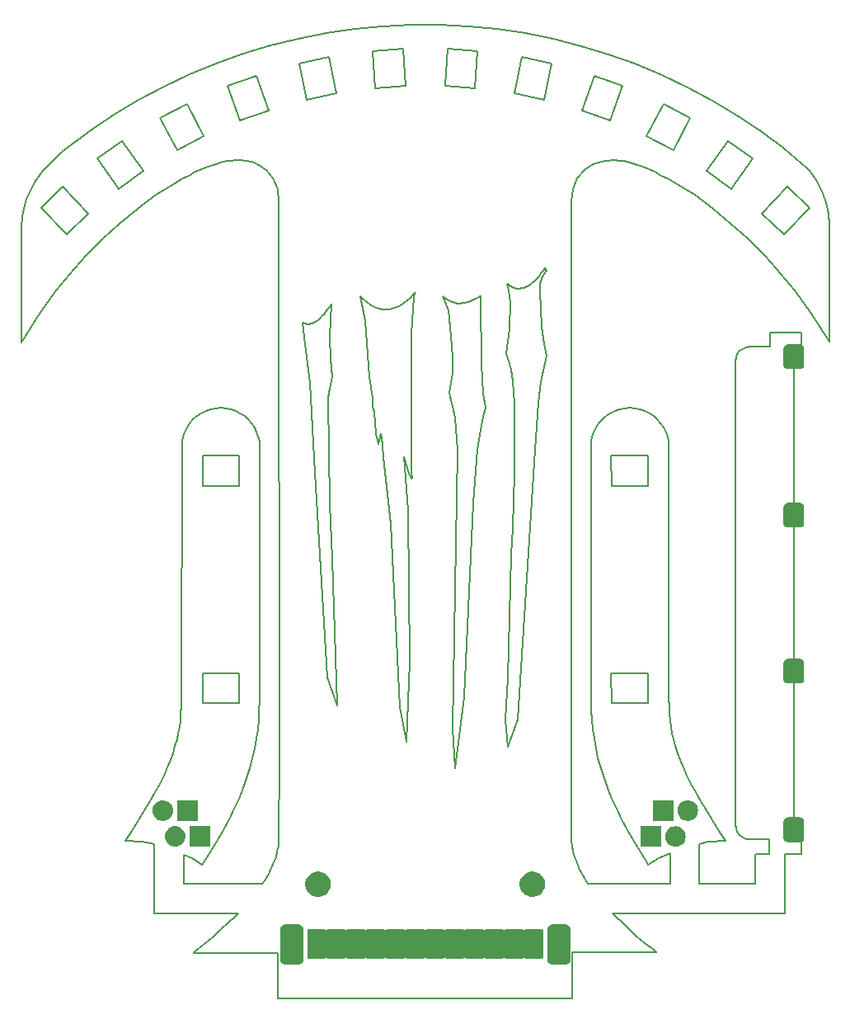
<source format=gbs>
G04 #@! TF.GenerationSoftware,KiCad,Pcbnew,(5.0.2)-1*
G04 #@! TF.CreationDate,2019-06-30T15:53:46+02:00*
G04 #@! TF.ProjectId,PCB_Fujitora_morro,5043425f-4675-46a6-9974-6f72615f6d6f,rev?*
G04 #@! TF.SameCoordinates,PX5aa8f70PY8620d10*
G04 #@! TF.FileFunction,Soldermask,Bot*
G04 #@! TF.FilePolarity,Negative*
%FSLAX46Y46*%
G04 Gerber Fmt 4.6, Leading zero omitted, Abs format (unit mm)*
G04 Created by KiCad (PCBNEW (5.0.2)-1) date 30/06/2019 15:53:46*
%MOMM*%
%LPD*%
G01*
G04 APERTURE LIST*
%ADD10C,0.200000*%
%ADD11C,0.100000*%
G04 APERTURE END LIST*
D10*
X56388000Y-3302000D02*
X56388000Y0D01*
X26162000Y-3302000D02*
X56388000Y-3302000D01*
X26162000Y0D02*
X26162000Y-3302000D01*
X26162000Y1397000D02*
X17526000Y1397000D01*
X56388000Y0D02*
X56388000Y1397000D01*
X26162000Y1397000D02*
X26162000Y0D01*
X76616560Y11557000D02*
X75224640Y11557000D01*
X76616560Y13055600D02*
X76616560Y11557000D01*
X76677520Y63581280D02*
X74640440Y63586360D01*
X76682600Y65024000D02*
X76677520Y63581280D01*
X13487400Y5461000D02*
X13487400Y12522200D01*
X22072600Y5461000D02*
X13487400Y5461000D01*
X16484600Y8458200D02*
X16484600Y11480800D01*
X24561800Y8458200D02*
X16484600Y8458200D01*
X74625200Y13055600D02*
X76626720Y13055600D01*
X78232000Y5461000D02*
X78232000Y11557000D01*
X69392800Y5461000D02*
X78232000Y5461000D01*
X75209400Y8483600D02*
X75209400Y11551920D01*
X69392800Y8483600D02*
X75209400Y8483600D01*
X69392800Y8483600D02*
X69392800Y12573000D01*
X60502800Y5461000D02*
X69392800Y5461000D01*
X66446400Y8458200D02*
X66446400Y11633200D01*
X58013600Y8458200D02*
X66446400Y8458200D01*
X51240617Y69577211D02*
X51497287Y69649085D01*
X44366983Y68086404D02*
X44621921Y68047983D01*
X50465078Y69610286D02*
X50720783Y69556957D01*
X45410642Y68100642D02*
X45678696Y68172080D01*
X47048965Y61861837D02*
X46944830Y68544625D01*
X44117244Y62429976D02*
X44087729Y60859651D01*
X47215907Y56375914D02*
X46944965Y55042360D01*
X50980664Y69545922D02*
X51240617Y69577211D01*
X50720783Y69556957D02*
X50980664Y69545922D01*
X49749161Y70002249D02*
X49978281Y69835578D01*
X50216978Y69704070D02*
X50465078Y69610286D01*
X49978281Y69835578D02*
X50216978Y69704070D01*
X43203774Y68689170D02*
X43419034Y68516580D01*
X45678696Y68172080D02*
X45948791Y68269186D01*
X46772982Y68708774D02*
X47019200Y68879791D01*
X47048965Y61861837D02*
X47269791Y58813756D01*
X49690323Y70055651D02*
X49749161Y70002249D01*
X46495650Y68537961D02*
X46772982Y68708774D01*
X45948791Y68269186D02*
X46221026Y68391313D01*
X44881581Y68037858D02*
X45144775Y68055637D01*
X44621921Y68047983D02*
X44881581Y68037858D01*
X46223597Y47543694D02*
X46668877Y53005971D01*
X47520126Y57335999D02*
X47269791Y58813756D01*
X45144775Y68055637D02*
X45410642Y68100642D01*
X43672334Y67335197D02*
X43962991Y64731110D01*
X44348400Y20320000D02*
X44073929Y24393265D01*
X44117244Y62429976D02*
X43962991Y64731110D01*
X44624087Y52940207D02*
X44073929Y24393265D01*
X47215907Y56375914D02*
X47520126Y57335999D01*
X44348400Y20320000D02*
X45259424Y27635178D01*
X44324505Y56301496D02*
X44624087Y52940207D01*
X47019200Y68879791D02*
X46944830Y68544625D01*
X46668877Y53005971D02*
X46944965Y55042360D01*
X49884965Y69332705D02*
X49690323Y70055651D01*
X46221026Y68391313D02*
X46495650Y68537961D01*
X44118111Y68153094D02*
X44366983Y68086404D01*
X43876576Y68247587D02*
X44118111Y68153094D01*
X43419034Y68516580D02*
X43643359Y68369071D01*
X44087729Y60859651D02*
X43739916Y58867383D01*
X43672334Y67335197D02*
X43102839Y68785478D01*
X43643359Y68369071D02*
X43876576Y68247587D01*
X43102839Y68785478D02*
X43203774Y68689170D01*
X46223597Y47543694D02*
X45259424Y27635178D01*
X44324505Y56301496D02*
X43739916Y58867383D01*
X24173981Y25319701D02*
X24082586Y24342793D01*
X19288897Y11848527D02*
X18613472Y10749760D01*
X24082586Y24342793D02*
X23951561Y23357616D01*
X36973222Y52263883D02*
X37787555Y45408935D01*
X14014735Y18768130D02*
X14434425Y19613213D01*
X22951728Y19317647D02*
X22572245Y18280629D01*
X22572245Y18280629D02*
X22140423Y17232691D01*
X35103140Y66210567D02*
X35583223Y60443744D01*
X36252225Y54648948D02*
X36052503Y56889804D01*
X36720995Y54713550D02*
X36514750Y53604941D01*
X36973222Y52263883D02*
X36892580Y53548993D01*
X19253095Y57171265D02*
X19766266Y57273342D01*
X21657851Y16174163D02*
X21127175Y15105599D01*
X16484600Y11480800D02*
X17306318Y11083354D01*
X10497857Y12886666D02*
X11162060Y13928463D01*
X64298480Y56771664D02*
X63829214Y57003080D01*
X19766266Y57273342D02*
X20288371Y57307562D01*
X20288371Y57307562D02*
X20810476Y57273342D01*
X20810476Y57273342D02*
X21323647Y57171265D01*
X21323647Y57171265D02*
X21819105Y57003080D01*
X23461785Y55742608D02*
X23752473Y55307562D01*
X23752473Y55307562D02*
X23983889Y54838296D01*
X20552104Y14027772D02*
X19937403Y12941676D01*
X19937403Y12941676D02*
X19288897Y11848527D01*
X65993999Y54838296D02*
X65762582Y55307562D01*
X13541489Y17881149D02*
X14014735Y18768130D01*
X39344600Y23037800D02*
X38677375Y26566047D01*
X21819105Y57003080D02*
X22288371Y56771664D01*
X22288371Y56771664D02*
X22723417Y56480976D01*
X22723417Y56480976D02*
X23116798Y56135989D01*
X23116798Y56135989D02*
X23461785Y55742608D01*
X24262243Y27253793D02*
X24231572Y26289556D01*
X17306318Y11083354D02*
X18390696Y10395986D01*
X35873884Y58323432D02*
X35583223Y60443744D01*
X23983889Y54838296D02*
X24152075Y54342838D01*
X24152075Y54342838D02*
X24254151Y53829667D01*
X24254151Y53829667D02*
X24288371Y53307562D01*
X23951561Y23357616D02*
X23776140Y22363176D01*
X24288371Y37713898D02*
X24288371Y53307562D01*
X66298480Y53307562D02*
X66264260Y53829667D01*
X24273938Y28214072D02*
X24262243Y27253793D01*
X36514750Y53604941D02*
X36252225Y54648948D01*
X35921240Y57411807D02*
X35873884Y58323432D01*
X36892580Y53548993D02*
X36720995Y54713550D01*
X18613472Y10749760D02*
X18390696Y10395986D01*
X10497857Y12886666D02*
X12252064Y12773025D01*
X24231572Y26289556D02*
X24173981Y25319701D01*
X23776140Y22363176D02*
X23552616Y21358699D01*
X12252064Y12773025D02*
X13487400Y12522200D01*
X23552616Y21358699D02*
X23278342Y20343633D01*
X38677375Y26566047D02*
X37787555Y45408935D01*
X21127175Y15105599D02*
X20552104Y14027772D01*
X14434425Y19613213D02*
X14800720Y20416685D01*
X35921240Y57411807D02*
X36052503Y56889804D01*
X23278342Y20343633D02*
X22951728Y19317647D01*
X22140423Y17232691D02*
X21657851Y16174163D01*
X22207765Y49301362D02*
X22203625Y52401362D01*
X53167900Y59950644D02*
X53755249Y62678045D01*
X50124135Y61205461D02*
X49809105Y62458267D01*
X53167900Y59950644D02*
X52918065Y57809856D01*
X51995393Y69904410D02*
X52237403Y70083708D01*
X35103140Y66210567D02*
X34613202Y68749775D01*
X53466473Y63826445D02*
X53254567Y65633550D01*
X53737776Y71375246D02*
X53556787Y71688736D01*
X37687440Y67455470D02*
X38070484Y67546145D01*
X36891983Y67437476D02*
X37293589Y67417830D01*
X34875748Y68478023D02*
X35273301Y68139376D01*
X53304175Y70761138D02*
X53111994Y70043906D01*
X52947780Y70816993D02*
X53182496Y71125910D01*
X50774600Y25298400D02*
X52549655Y53006282D01*
X36486199Y67517660D02*
X36891983Y67437476D01*
X53089513Y69242774D02*
X53254567Y65633550D01*
X53304175Y70761138D02*
X53737776Y71375246D01*
X34613202Y68749775D02*
X34875748Y68478023D01*
X52712565Y70540313D02*
X52947780Y70816993D01*
X50423714Y57844169D02*
X50295720Y60040904D01*
X50424725Y50607082D02*
X50423714Y57844169D01*
X52476090Y70295836D02*
X52712565Y70540313D01*
X50424725Y50607082D02*
X50266333Y44968313D01*
X39344600Y23037800D02*
X39684254Y31241579D01*
X39684254Y31241579D02*
X39517316Y46727505D01*
X39135208Y52345801D02*
X39517316Y46727505D01*
X39653220Y50526874D02*
X39135208Y52345801D01*
X39829953Y50065145D02*
X39653220Y50526874D01*
X39920896Y50185699D02*
X39829953Y50065145D01*
X39920896Y50185699D02*
X39861360Y50663575D01*
X39861360Y50663575D02*
X39866373Y64868669D01*
X40072608Y68950085D02*
X40297381Y69222823D01*
X35273301Y68139376D02*
X35674816Y67867354D01*
X40157909Y68748857D02*
X39866373Y64868669D01*
X40157909Y68748857D02*
X40297381Y69222823D01*
X36079623Y67660503D02*
X36486199Y67517660D01*
X39776135Y68633875D02*
X40072608Y68950085D01*
X39138020Y68089107D02*
X39464557Y68345761D01*
X49809400Y22580600D02*
X50774600Y25298400D01*
X37293589Y67417830D02*
X37687440Y67455470D01*
X51748941Y69758957D02*
X51995393Y69904410D01*
X50020002Y68075779D02*
X49966116Y65450402D01*
X49966116Y65450402D02*
X49586904Y62859714D01*
X50102291Y42245240D02*
X50266333Y44968313D01*
X49809400Y22580600D02*
X49555771Y25256758D01*
X53755249Y62678045D02*
X53466473Y63826445D01*
X51497287Y69649085D02*
X51748941Y69758957D01*
X53089513Y69242774D02*
X53111994Y70043906D01*
X53182496Y71125910D02*
X53376913Y71403040D01*
X52237403Y70083708D02*
X52476090Y70295836D01*
X50102291Y42245240D02*
X49794802Y29610429D01*
X50295720Y60040904D02*
X50124135Y61205461D01*
X39464557Y68345761D02*
X39776135Y68633875D01*
X38796635Y67867549D02*
X39138020Y68089107D01*
X38440611Y67685088D02*
X38796635Y67867549D01*
X38070484Y67546145D02*
X38440611Y67685088D01*
X35674816Y67867354D02*
X36079623Y67660503D01*
X50020002Y68075779D02*
X49884965Y69332705D01*
X52918065Y57809856D02*
X52549655Y53006282D01*
X49809105Y62458267D02*
X49586904Y62859714D01*
X49794802Y29610429D02*
X49555771Y25256758D01*
X2304782Y81925869D02*
X2048439Y81635260D01*
X496525Y79106363D02*
X364890Y78764748D01*
X1655739Y67018976D02*
X-203200Y64008000D01*
X9916567Y76253155D02*
X8167191Y74669936D01*
X364890Y78764748D02*
X247111Y78417465D01*
X53122Y77705898D02*
X-23089Y77341613D01*
X1577322Y81037040D02*
X1362549Y80729429D01*
X13637657Y79152756D02*
X11741522Y77748630D01*
X642017Y79442311D02*
X496525Y79106363D01*
X-203200Y75438000D02*
X-203200Y64008000D01*
X21780405Y82710024D02*
X21382027Y82685830D01*
X2048439Y81635260D02*
X1805953Y81338984D01*
X1362549Y80729429D02*
X1161631Y80416150D01*
X1161631Y80416150D02*
X974570Y80097204D01*
X1805953Y81338984D02*
X1577322Y81037040D01*
X3361129Y69351413D02*
X1655739Y67018976D01*
X5203596Y71577157D02*
X3361129Y69351413D01*
X22156382Y82709259D02*
X21780405Y82710024D01*
X3987800Y83566000D02*
X2574981Y82210811D01*
X81944183Y79721711D02*
X82089675Y79385763D01*
X60429818Y82709259D02*
X60805795Y82710024D01*
X59414367Y82587404D02*
X59736149Y82645242D01*
X57605878Y81709523D02*
X58527340Y82334599D01*
X82221310Y79044148D02*
X82339089Y78696865D01*
X81784834Y80051991D02*
X81944183Y79721711D01*
X20026549Y82428685D02*
X19511275Y82269210D01*
X76088593Y73002787D02*
X77382604Y71577157D01*
X59106727Y82515324D02*
X59414367Y82587404D01*
X16284017Y80753313D02*
X15473448Y80282912D01*
X60073971Y82686705D02*
X60429818Y82709259D01*
X14593740Y79750107D02*
X13637657Y79152756D01*
X59106727Y82515324D02*
X58527340Y82334599D01*
X59736149Y82645242D02*
X60073971Y82686705D01*
X82775565Y76107202D02*
X82782493Y75714580D01*
X18958464Y82066619D02*
X18364061Y81817219D01*
X-189365Y75827802D02*
X-203200Y75438000D01*
X-23089Y77341613D02*
X-85442Y76971661D01*
X-133939Y76596042D02*
X-168580Y76214755D01*
X974570Y80097204D02*
X801366Y79772591D01*
X6497607Y73002787D02*
X5203596Y71577157D01*
X8167191Y74669936D02*
X6497607Y73002787D01*
X-168580Y76214755D02*
X-189365Y75827802D01*
X2574981Y82210811D02*
X2304782Y81925869D01*
X247111Y78417465D02*
X143188Y78064515D01*
X143188Y78064515D02*
X53122Y77705898D01*
X11741522Y77748630D02*
X9916567Y76253155D01*
X801366Y79772591D02*
X642017Y79442311D01*
X19511275Y82269210D02*
X18958464Y82066619D01*
X-85442Y76971661D02*
X-133939Y76596042D01*
X81223651Y81008829D02*
X81424569Y80695550D01*
X67112752Y80282912D02*
X67992460Y79750107D01*
X68948543Y79152756D02*
X70844678Y77748630D01*
X82720139Y76875442D02*
X82754780Y76494155D01*
X25486187Y10073753D02*
X25737528Y10652727D01*
X65040653Y1426511D02*
X56388000Y1426511D01*
X19807201Y92640043D02*
X17094642Y91518782D01*
X17094642Y91518782D02*
X14440367Y90265773D01*
X62236263Y3791376D02*
X61506301Y4467787D01*
X22289744Y82700807D02*
X22156382Y82709259D01*
X57739712Y8893129D02*
X57392990Y9487395D01*
X58013600Y8458200D02*
X57739712Y8893129D01*
X56482789Y11790623D02*
X56374196Y12350593D01*
X28228636Y95187949D02*
X25380912Y94476839D01*
X56298404Y21455202D02*
X56307948Y78511522D01*
X25674573Y80863879D02*
X24981190Y81709523D01*
X24981190Y81709523D02*
X24059729Y82334599D01*
X26263457Y78511522D02*
X26111484Y79797464D01*
X56313099Y12905278D02*
X56298404Y21455202D01*
X57093979Y10073753D02*
X56842638Y10652727D01*
X56374196Y12350593D02*
X56313099Y12905278D01*
X31107821Y95758471D02*
X28228636Y95187949D01*
X56638922Y11224842D02*
X56482789Y11790623D01*
X19565843Y3102336D02*
X20343903Y3791376D01*
X21755772Y5132095D02*
X22072600Y5461000D01*
X6890404Y85747983D02*
X3987800Y83566000D01*
X39864512Y96614479D02*
X36932776Y96472596D01*
X26277882Y21383416D02*
X26279663Y21455206D01*
X65040653Y1426511D02*
X64714911Y1684273D01*
X22289744Y82700807D02*
X23499121Y82537678D01*
X25187176Y9487395D02*
X25486187Y10073753D01*
X63014323Y3102336D02*
X62236263Y3791376D01*
X26097377Y11790623D02*
X26205971Y12350593D01*
X24840455Y8893129D02*
X25187176Y9487395D01*
X23499121Y82537678D02*
X24059729Y82334599D01*
X26279663Y21455206D02*
X26263457Y78511522D01*
X24561800Y8458200D02*
X24840455Y8893129D01*
X34011533Y96187031D02*
X31107821Y95758471D01*
X17539148Y1426511D02*
X17865255Y1684273D01*
X25941244Y11224842D02*
X26097377Y11790623D01*
X20343903Y3791376D02*
X21073865Y4467787D01*
X25737528Y10652727D02*
X25941244Y11224842D01*
X36932776Y96472596D02*
X34011533Y96187031D01*
X26205971Y12350593D02*
X26267067Y12905278D01*
X28676600Y66040000D02*
X28905569Y65954034D01*
X28905569Y65954034D02*
X29155302Y65913453D01*
X29981933Y50652292D02*
X31267400Y29692600D01*
X32232600Y26797000D02*
X31267400Y29692600D01*
X29410404Y59917105D02*
X28907839Y63844518D01*
X29410404Y59917105D02*
X29981933Y50652292D01*
X81611630Y80376604D02*
X81784834Y80051991D01*
X82609289Y77621013D02*
X82671642Y77251061D01*
X79225071Y69351413D02*
X80930461Y67018976D01*
X82778600Y75717400D02*
X82778600Y64084200D01*
X80537761Y81914660D02*
X80780247Y81618384D01*
X72669633Y76253155D02*
X74419009Y74669936D01*
X80780247Y81618384D02*
X81008878Y81316440D01*
X67992460Y79750107D02*
X68948543Y79152756D01*
X62078251Y82548791D02*
X62559651Y82428685D01*
X63074925Y82269210D02*
X63627736Y82066619D01*
X65554147Y81163857D02*
X66302183Y80753313D01*
X63627736Y82066619D02*
X64222139Y81817219D01*
X82533078Y77985298D02*
X82609289Y77621013D01*
X78114166Y83947539D02*
X80543400Y81915000D01*
X64862622Y81517434D02*
X65554147Y81163857D01*
X74419009Y74669936D02*
X76088593Y73002787D01*
X82443012Y78343915D02*
X82533078Y77985298D01*
X61627421Y82633276D02*
X62078251Y82548791D01*
X61204173Y82685830D02*
X61627421Y82633276D01*
X81008878Y81316440D02*
X81223651Y81008829D01*
X82339089Y78696865D02*
X82443012Y78343915D01*
X60805795Y82710024D02*
X61204173Y82685830D01*
X70844678Y77748630D02*
X72669633Y76253155D01*
X62559651Y82428685D02*
X63074925Y82269210D01*
X80930461Y67018976D02*
X82778600Y64084200D01*
X77382604Y71577157D02*
X79225071Y69351413D01*
X81424569Y80695550D02*
X81611630Y80376604D01*
X82089675Y79385763D02*
X82221310Y79044148D01*
X82671642Y77251061D02*
X82720139Y76875442D01*
X82754780Y76494155D02*
X82775565Y76107202D01*
X66302183Y80753313D02*
X67112752Y80282912D01*
X64222139Y81817219D02*
X64862622Y81517434D01*
X17032053Y81163857D02*
X16284017Y80753313D01*
X15473448Y80282912D02*
X14593740Y79750107D01*
X62851167Y92608637D02*
X60088300Y93599482D01*
X68214531Y90226538D02*
X65562088Y91483419D01*
X73318582Y87330208D02*
X70802107Y88841022D01*
X78055488Y84001227D02*
X78114166Y83947539D01*
X18364061Y81817219D02*
X17723578Y81517434D01*
X51555110Y95743552D02*
X48652026Y96176349D01*
X56912495Y80863879D02*
X57605878Y81709523D01*
X56475585Y79797464D02*
X56912495Y80863879D01*
X21382027Y82685830D02*
X20958779Y82633276D01*
X48652026Y96176349D02*
X45731204Y96466177D01*
X60088300Y93599482D02*
X57280143Y94453565D01*
X54433460Y95168829D02*
X51555110Y95743552D01*
X57280143Y94453565D02*
X54433460Y95168829D01*
X65562088Y91483419D02*
X62851167Y92608637D01*
X75757894Y85697736D02*
X73318582Y87330208D01*
X56307948Y78511522D02*
X56475585Y79797464D01*
X20958779Y82633276D02*
X20507949Y82548791D01*
X78055488Y84001227D02*
X75757894Y85697736D01*
X20507949Y82548791D02*
X20026549Y82428685D01*
X17723578Y81517434D02*
X17032053Y81163857D01*
X45731204Y96466177D02*
X42799678Y96612338D01*
X70802107Y88841022D02*
X68214531Y90226538D01*
X58648512Y91413646D02*
X61567496Y90369836D01*
X65763440Y88531758D02*
X64004348Y85169826D01*
X50425968Y89579318D02*
X53460670Y88946390D01*
X1837061Y77862408D02*
X4439889Y75101561D01*
X72415985Y84701469D02*
X70212511Y81612506D01*
X78130093Y75111207D02*
X80735787Y77868278D01*
X72415985Y84701469D02*
X74941642Y82903952D01*
X78480469Y79995142D02*
X80735787Y77868278D01*
X78480469Y79995142D02*
X75874240Y77237505D01*
X65763440Y88531758D02*
X68511721Y87097546D01*
X75874240Y77237505D02*
X78130093Y75111207D01*
X51205618Y93292690D02*
X54240160Y92659000D01*
X66752990Y83736304D02*
X68511721Y87097546D01*
X51205618Y93292690D02*
X50425968Y89579318D01*
X60286284Y86799181D02*
X61567496Y90369836D01*
X72738620Y79815623D02*
X74941642Y82903952D01*
X53460670Y88946390D02*
X54240160Y92659000D01*
X46405099Y90137365D02*
X46668140Y93921792D01*
X70212511Y81612506D02*
X72738620Y79815623D01*
X57367036Y87842259D02*
X60286284Y86799181D01*
X64004348Y85169826D02*
X66752990Y83736304D01*
X58648512Y91413646D02*
X57367036Y87842259D01*
X31071747Y67126646D02*
X31270771Y67378882D01*
X31456789Y67656468D02*
X31628051Y67958450D01*
X31270771Y67378882D02*
X31456789Y67656468D01*
X30106769Y66191995D02*
X30316407Y66351787D01*
X29649678Y65972495D02*
X29884192Y66064378D01*
X29884192Y66064378D02*
X30106769Y66191995D01*
X30861345Y66900750D02*
X31071747Y67126646D01*
X30669710Y66728088D02*
X30861345Y66900750D01*
X30512523Y66541028D02*
X30669710Y66728088D01*
X30316407Y66351787D02*
X30512523Y66541028D01*
X29405365Y65920695D02*
X29649678Y65972495D01*
X29155302Y65913453D02*
X29405365Y65920695D01*
X31747241Y60509194D02*
X31535334Y62316305D01*
X31498281Y64633588D02*
X31535334Y62316305D01*
X31498281Y64633588D02*
X31664684Y68035529D01*
X31628051Y67958450D02*
X31664684Y68035529D01*
X4439889Y75101561D02*
X6692681Y77231103D01*
X32232600Y26797000D02*
X31763834Y41878332D01*
X31763834Y41878332D02*
X31525173Y47408383D01*
X1837061Y77862408D02*
X4090387Y79991383D01*
X31334741Y58291987D02*
X31525173Y47408383D01*
X31366143Y58890410D02*
X31334741Y58291987D01*
X31366143Y58890410D02*
X31747241Y60509194D01*
X6692681Y77231103D02*
X4090387Y79991383D01*
X22280415Y86793141D02*
X25198159Y87840417D01*
X14059688Y87093013D02*
X16806625Y88529797D01*
X43575368Y94133389D02*
X43312273Y90348185D01*
X28330225Y92656143D02*
X31364173Y93292673D01*
X29105297Y88941813D02*
X32139086Y89579105D01*
X21003342Y90366105D02*
X22280415Y86793141D01*
X25198159Y87840417D02*
X23921349Y91412648D01*
X7630440Y82898701D02*
X9830105Y79807024D01*
X9830105Y79807024D02*
X12353627Y81607540D01*
X32139086Y89579105D02*
X31364173Y93292673D01*
X18561211Y85166389D02*
X16806625Y88529797D01*
X7630440Y82898701D02*
X10154413Y84698582D01*
X21003342Y90366105D02*
X23921349Y91412648D01*
X28330225Y92656143D02*
X29105297Y88941813D01*
X14059688Y87093013D02*
X15814634Y83728915D01*
X12353627Y81607540D02*
X10154413Y84698582D01*
X43312273Y90348185D02*
X46405099Y90137365D01*
X43575368Y94133389D02*
X46668140Y93921792D01*
X15814634Y83728915D02*
X18561211Y85166389D01*
X39252864Y90349606D02*
X38994487Y94134355D01*
X35901915Y93919863D02*
X38994487Y94134355D01*
X35901915Y93919863D02*
X36160345Y90134337D01*
X15115284Y21180065D02*
X15381125Y21906532D01*
X64192778Y49328047D02*
X60398457Y49317269D01*
X59470053Y56135989D02*
X59125067Y55742608D01*
X66984560Y22601279D02*
X66803402Y23271729D01*
X18288371Y56771664D02*
X18757638Y57003080D01*
X60298480Y56771664D02*
X59863435Y56480976D01*
X58602962Y54838296D02*
X58434777Y54342838D01*
X17114958Y55742608D02*
X17459944Y56135989D01*
X67786132Y20416685D02*
X67471567Y21180065D01*
X60767747Y57003080D02*
X60298480Y56771664D01*
X11821489Y14975651D02*
X12441316Y15983971D01*
X16592853Y54838296D02*
X16824270Y55307562D01*
X17853326Y56480976D02*
X18288371Y56771664D01*
X22203625Y30104043D02*
X18410067Y30104043D01*
X18413429Y49301362D02*
X18410067Y52401362D01*
X62820585Y57273342D02*
X62298480Y57307562D01*
X66454186Y25242983D02*
X66389957Y25929519D01*
X61263204Y57171265D02*
X60767747Y57003080D01*
X22203625Y52401362D02*
X18410067Y52401362D01*
X65126908Y56135989D02*
X64733526Y56480976D01*
X18413429Y27004043D02*
X18410067Y30104043D01*
X15381125Y21906532D02*
X15602292Y22601279D01*
X16424668Y54342838D02*
X16592853Y54838296D01*
X66446400Y11658600D02*
X65280534Y11083354D01*
X59635124Y19317647D02*
X60014606Y18280629D01*
X12441316Y15983971D02*
X13016062Y16952789D01*
X16239908Y26653865D02*
X16264585Y27429673D01*
X15602292Y22601279D02*
X15783450Y23271729D01*
X15783450Y23271729D02*
X15929382Y23927525D01*
X58834379Y55307562D02*
X58602962Y54838296D01*
X17459944Y56135989D02*
X17853326Y56480976D01*
X72088995Y12886666D02*
X70334787Y12773025D01*
X63829214Y57003080D02*
X63333757Y57171265D01*
X11821489Y14975651D02*
X11162060Y13928463D01*
X16132666Y25242983D02*
X16196895Y25929519D01*
X63333757Y57171265D02*
X62820585Y57273342D01*
X66264260Y53829667D02*
X66162184Y54342838D01*
X15929382Y23927525D02*
X16044527Y24580264D01*
X18413429Y27004043D02*
X22207765Y27004043D01*
X14800720Y20416685D02*
X15115284Y21180065D01*
X16264585Y27429673D02*
X16274818Y28269963D01*
X16288371Y53307562D02*
X16322592Y53829667D01*
X16196895Y25929519D02*
X16239908Y26653865D01*
X66542325Y24580264D02*
X66454186Y25242983D01*
X13016062Y16952789D02*
X13541489Y17881149D01*
X65762582Y55307562D02*
X65471894Y55742608D01*
X16044527Y24580264D02*
X16132666Y25242983D01*
X18413429Y49301362D02*
X22207765Y49301362D01*
X66803402Y23271729D02*
X66657469Y23927525D01*
X66389957Y25929519D02*
X66346944Y26653865D01*
X66162184Y54342838D02*
X65993999Y54838296D01*
X22207765Y27004043D02*
X22203625Y30104043D01*
X18757638Y57003080D02*
X19253095Y57171265D01*
X60929001Y16174163D02*
X61459677Y15105599D01*
X64733526Y56480976D02*
X64298480Y56771664D01*
X16322592Y53829667D02*
X16424668Y54342838D01*
X16824270Y55307562D02*
X17114958Y55742608D01*
X79941116Y29321649D02*
X79941116Y31321649D01*
X28676600Y66040000D02*
X28907839Y63844518D01*
X73141116Y14548141D02*
X73141116Y62091649D01*
X79941116Y11574941D02*
X78232000Y11557000D01*
X66298480Y53307562D02*
X66312033Y28269963D01*
X24273938Y28214072D02*
X24288371Y37713898D01*
X73580456Y13487481D02*
X73342078Y13798141D01*
X42799678Y96612338D02*
X39864512Y96614479D01*
X73580456Y63152309D02*
X73891116Y63390687D01*
X73891116Y63390687D02*
X74252888Y63540538D01*
X16274818Y28269963D02*
X16288371Y53307562D01*
X79941116Y15048141D02*
X79141116Y15048141D01*
X79941116Y47321649D02*
X79141116Y47321649D01*
X73192228Y14159913D02*
X73141116Y14548141D01*
X39252864Y90349606D02*
X36160345Y90134337D01*
X53376913Y71403040D02*
X53556787Y71688736D01*
X58312914Y28214072D02*
X58298480Y37713898D01*
X79938880Y65024000D02*
X76682600Y65024000D01*
X73192228Y62479878D02*
X73342078Y62841649D01*
X60398457Y27005087D02*
X60393791Y30105086D01*
X60446428Y17232691D02*
X60929001Y16174163D01*
X69570789Y16952789D02*
X69045362Y17881149D01*
X67205727Y21906532D02*
X66984560Y22601279D01*
X62298480Y57307562D02*
X61776376Y57273342D01*
X70334787Y12773025D02*
X69392800Y12573000D01*
X63297955Y11848527D02*
X63973380Y10749760D01*
X66657469Y23927525D02*
X66542325Y24580264D01*
X58312914Y28214072D02*
X58324609Y27253793D01*
X58355280Y26289556D02*
X58412871Y25319701D01*
X79941116Y61591649D02*
X79141116Y61591649D01*
X64192778Y49328047D02*
X64187334Y52428044D01*
X79141116Y15048141D02*
X79141116Y29321649D01*
X66346944Y26653865D02*
X66322267Y27429673D01*
X73141116Y62091649D02*
X73192228Y62479878D01*
X70765363Y14975651D02*
X70145536Y15983971D01*
X61459677Y15105599D02*
X62034748Y14027772D01*
X68572116Y18768130D02*
X68152427Y19613213D01*
X58298480Y37713898D02*
X58298480Y53307562D01*
X70765363Y14975651D02*
X71424791Y13928463D01*
X62649449Y12941676D02*
X63297955Y11848527D01*
X58635291Y23357616D02*
X58810712Y22363176D01*
X79941116Y45321649D02*
X79941116Y47321649D01*
X69045362Y17881149D02*
X68572116Y18768130D01*
X79941116Y31321649D02*
X79141116Y31321649D01*
X73342078Y13798141D02*
X73192228Y14159913D01*
X79941116Y65024000D02*
X79941116Y61591649D01*
X59125067Y55742608D02*
X58834379Y55307562D01*
X58332701Y53829667D02*
X58298480Y53307562D01*
X60393791Y52417268D02*
X64187334Y52428044D01*
X68152427Y19613213D02*
X67786132Y20416685D01*
X72088995Y12886666D02*
X71424791Y13928463D01*
X58412871Y25319701D02*
X58504266Y24342793D01*
X61776376Y57273342D02*
X61263204Y57171265D01*
X59863435Y56480976D02*
X59470053Y56135989D01*
X62034748Y14027772D02*
X62649449Y12941676D01*
X58810712Y22363176D02*
X59034236Y21358699D01*
X74252888Y63540538D02*
X74640440Y63586360D01*
X58504266Y24342793D02*
X58635291Y23357616D01*
X74252888Y13099253D02*
X73891116Y13249103D01*
X60393791Y30105086D02*
X64187334Y30115862D01*
X79941116Y11577320D02*
X79941116Y15048141D01*
X63973380Y10749760D02*
X64196155Y10395986D01*
X73342078Y62841649D02*
X73580456Y63152309D01*
X67471567Y21180065D02*
X67205727Y21906532D01*
X79141116Y47321649D02*
X79141116Y61591649D01*
X79141116Y29321649D02*
X79941116Y29321649D01*
X66322267Y27429673D02*
X66312033Y28269963D01*
X79141116Y31321649D02*
X79141116Y45321649D01*
X79141116Y45321649D02*
X79941116Y45321649D01*
X58324609Y27253793D02*
X58355280Y26289556D01*
X70145536Y15983971D02*
X69570789Y16952789D01*
X60398457Y49317269D02*
X60393791Y52417268D01*
X58434777Y54342838D02*
X58332701Y53829667D01*
X74641116Y13048141D02*
X74252888Y13099253D01*
X64192778Y27015865D02*
X64187334Y30115862D01*
X59308510Y20343633D02*
X59635124Y19317647D01*
X59034236Y21358699D02*
X59308510Y20343633D01*
X65280534Y11083354D02*
X64196155Y10395986D01*
X65471894Y55742608D02*
X65126908Y56135989D01*
X73891116Y13249103D02*
X73580456Y13487481D01*
X60014606Y18280629D02*
X60446428Y17232691D01*
X64192778Y27015865D02*
X60398457Y27005087D01*
X25380912Y94476839D02*
X22571511Y93626855D01*
X26111484Y79797464D02*
X25674573Y80863879D01*
X11850772Y88884034D02*
X9332095Y87376894D01*
X64714911Y1684273D02*
X63840525Y2400143D01*
X63840525Y2400143D02*
X63014323Y3102336D01*
X22571511Y93626855D02*
X19807201Y92640043D01*
X18739641Y2400143D02*
X19565843Y3102336D01*
X56842638Y10652727D02*
X56638922Y11224842D01*
X61506301Y4467787D02*
X60824394Y5132095D01*
X57392990Y9487395D02*
X57093979Y10073753D01*
X14440367Y90265773D02*
X11850772Y88884034D01*
X60824394Y5132095D02*
X60502800Y5461000D01*
X21073865Y4467787D02*
X21755772Y5132095D01*
X9332095Y87376894D02*
X6890404Y85747983D01*
X26267067Y12905278D02*
X26277882Y21383416D01*
X17865255Y1684273D02*
X18739641Y2400143D01*
D11*
G36*
X55783641Y4305879D02*
X55884365Y4275325D01*
X55977180Y4225715D01*
X56058542Y4158942D01*
X56125315Y4077580D01*
X56174925Y3984765D01*
X56205479Y3884041D01*
X56216400Y3773160D01*
X56216400Y760440D01*
X56205479Y649559D01*
X56174925Y548835D01*
X56125315Y456020D01*
X56058542Y374658D01*
X55977180Y307885D01*
X55884365Y258275D01*
X55783641Y227721D01*
X55672760Y216800D01*
X54360040Y216800D01*
X54249159Y227721D01*
X54148435Y258275D01*
X54055620Y307885D01*
X53974258Y374658D01*
X53907485Y456020D01*
X53857875Y548835D01*
X53827321Y649559D01*
X53816400Y760440D01*
X53816400Y3773160D01*
X53827321Y3884041D01*
X53857875Y3984765D01*
X53907485Y4077580D01*
X53974258Y4158942D01*
X54055620Y4225715D01*
X54148435Y4275325D01*
X54249159Y4305879D01*
X54360040Y4316800D01*
X55672760Y4316800D01*
X55783641Y4305879D01*
X55783641Y4305879D01*
G37*
G36*
X28351641Y4305879D02*
X28452365Y4275325D01*
X28545180Y4225715D01*
X28626542Y4158942D01*
X28693315Y4077580D01*
X28742925Y3984765D01*
X28773479Y3884041D01*
X28784400Y3773160D01*
X28784400Y760440D01*
X28773479Y649559D01*
X28742925Y548835D01*
X28693315Y456020D01*
X28626542Y374658D01*
X28545180Y307885D01*
X28452365Y258275D01*
X28351641Y227721D01*
X28240760Y216800D01*
X26928040Y216800D01*
X26817159Y227721D01*
X26716435Y258275D01*
X26623620Y307885D01*
X26542258Y374658D01*
X26475485Y456020D01*
X26425875Y548835D01*
X26395321Y649559D01*
X26384400Y760440D01*
X26384400Y3773160D01*
X26395321Y3884041D01*
X26425875Y3984765D01*
X26475485Y4077580D01*
X26542258Y4158942D01*
X26623620Y4225715D01*
X26716435Y4275325D01*
X26817159Y4305879D01*
X26928040Y4316800D01*
X28240760Y4316800D01*
X28351641Y4305879D01*
X28351641Y4305879D01*
G37*
G36*
X30915314Y3866412D02*
X30952248Y3855208D01*
X30986285Y3837015D01*
X31016126Y3812526D01*
X31043773Y3778837D01*
X31061101Y3761510D01*
X31081475Y3747896D01*
X31104114Y3738519D01*
X31128147Y3733738D01*
X31152652Y3733738D01*
X31176685Y3738518D01*
X31199324Y3747896D01*
X31219699Y3761509D01*
X31237027Y3778837D01*
X31264674Y3812526D01*
X31294515Y3837015D01*
X31328552Y3855208D01*
X31365486Y3866412D01*
X31410041Y3870800D01*
X32902759Y3870800D01*
X32947314Y3866412D01*
X32984248Y3855208D01*
X33018285Y3837015D01*
X33048126Y3812526D01*
X33075773Y3778837D01*
X33093101Y3761510D01*
X33113475Y3747896D01*
X33136114Y3738519D01*
X33160147Y3733738D01*
X33184652Y3733738D01*
X33208685Y3738518D01*
X33231324Y3747896D01*
X33251699Y3761509D01*
X33269027Y3778837D01*
X33296674Y3812526D01*
X33326515Y3837015D01*
X33360552Y3855208D01*
X33397486Y3866412D01*
X33442041Y3870800D01*
X34934759Y3870800D01*
X34979314Y3866412D01*
X35016248Y3855208D01*
X35050285Y3837015D01*
X35080126Y3812526D01*
X35107773Y3778837D01*
X35125101Y3761510D01*
X35145475Y3747896D01*
X35168114Y3738519D01*
X35192147Y3733738D01*
X35216652Y3733738D01*
X35240685Y3738518D01*
X35263324Y3747896D01*
X35283699Y3761509D01*
X35301027Y3778837D01*
X35328674Y3812526D01*
X35358515Y3837015D01*
X35392552Y3855208D01*
X35429486Y3866412D01*
X35474041Y3870800D01*
X36966759Y3870800D01*
X37011314Y3866412D01*
X37048248Y3855208D01*
X37082285Y3837015D01*
X37112126Y3812526D01*
X37139773Y3778837D01*
X37157101Y3761510D01*
X37177475Y3747896D01*
X37200114Y3738519D01*
X37224147Y3733738D01*
X37248652Y3733738D01*
X37272685Y3738518D01*
X37295324Y3747896D01*
X37315699Y3761509D01*
X37333027Y3778837D01*
X37360674Y3812526D01*
X37390515Y3837015D01*
X37424552Y3855208D01*
X37461486Y3866412D01*
X37506041Y3870800D01*
X38998759Y3870800D01*
X39043314Y3866412D01*
X39080248Y3855208D01*
X39114285Y3837015D01*
X39144126Y3812526D01*
X39171773Y3778837D01*
X39189101Y3761510D01*
X39209475Y3747896D01*
X39232114Y3738519D01*
X39256147Y3733738D01*
X39280652Y3733738D01*
X39304685Y3738518D01*
X39327324Y3747896D01*
X39347699Y3761509D01*
X39365027Y3778837D01*
X39392674Y3812526D01*
X39422515Y3837015D01*
X39456552Y3855208D01*
X39493486Y3866412D01*
X39538041Y3870800D01*
X41030759Y3870800D01*
X41075314Y3866412D01*
X41112248Y3855208D01*
X41146285Y3837015D01*
X41176126Y3812526D01*
X41203773Y3778837D01*
X41221101Y3761510D01*
X41241475Y3747896D01*
X41264114Y3738519D01*
X41288147Y3733738D01*
X41312652Y3733738D01*
X41336685Y3738518D01*
X41359324Y3747896D01*
X41379699Y3761509D01*
X41397027Y3778837D01*
X41424674Y3812526D01*
X41454515Y3837015D01*
X41488552Y3855208D01*
X41525486Y3866412D01*
X41570041Y3870800D01*
X43062759Y3870800D01*
X43107314Y3866412D01*
X43144248Y3855208D01*
X43178285Y3837015D01*
X43208126Y3812526D01*
X43235773Y3778837D01*
X43253101Y3761510D01*
X43273475Y3747896D01*
X43296114Y3738519D01*
X43320147Y3733738D01*
X43344652Y3733738D01*
X43368685Y3738518D01*
X43391324Y3747896D01*
X43411699Y3761509D01*
X43429027Y3778837D01*
X43456674Y3812526D01*
X43486515Y3837015D01*
X43520552Y3855208D01*
X43557486Y3866412D01*
X43602041Y3870800D01*
X45094759Y3870800D01*
X45139314Y3866412D01*
X45176248Y3855208D01*
X45210285Y3837015D01*
X45240126Y3812526D01*
X45267773Y3778837D01*
X45285101Y3761510D01*
X45305475Y3747896D01*
X45328114Y3738519D01*
X45352147Y3733738D01*
X45376652Y3733738D01*
X45400685Y3738518D01*
X45423324Y3747896D01*
X45443699Y3761509D01*
X45461027Y3778837D01*
X45488674Y3812526D01*
X45518515Y3837015D01*
X45552552Y3855208D01*
X45589486Y3866412D01*
X45634041Y3870800D01*
X47126759Y3870800D01*
X47171314Y3866412D01*
X47208248Y3855208D01*
X47242285Y3837015D01*
X47272126Y3812526D01*
X47299773Y3778837D01*
X47317101Y3761510D01*
X47337475Y3747896D01*
X47360114Y3738519D01*
X47384147Y3733738D01*
X47408652Y3733738D01*
X47432685Y3738518D01*
X47455324Y3747896D01*
X47475699Y3761509D01*
X47493027Y3778837D01*
X47520674Y3812526D01*
X47550515Y3837015D01*
X47584552Y3855208D01*
X47621486Y3866412D01*
X47666041Y3870800D01*
X49158759Y3870800D01*
X49203314Y3866412D01*
X49240248Y3855208D01*
X49274285Y3837015D01*
X49304126Y3812526D01*
X49331773Y3778837D01*
X49349101Y3761510D01*
X49369475Y3747896D01*
X49392114Y3738519D01*
X49416147Y3733738D01*
X49440652Y3733738D01*
X49464685Y3738518D01*
X49487324Y3747896D01*
X49507699Y3761509D01*
X49525027Y3778837D01*
X49552674Y3812526D01*
X49582515Y3837015D01*
X49616552Y3855208D01*
X49653486Y3866412D01*
X49698041Y3870800D01*
X51190759Y3870800D01*
X51235314Y3866412D01*
X51272248Y3855208D01*
X51306285Y3837015D01*
X51336126Y3812526D01*
X51363773Y3778837D01*
X51381101Y3761510D01*
X51401475Y3747896D01*
X51424114Y3738519D01*
X51448147Y3733738D01*
X51472652Y3733738D01*
X51496685Y3738518D01*
X51519324Y3747896D01*
X51539699Y3761509D01*
X51557027Y3778837D01*
X51584674Y3812526D01*
X51614515Y3837015D01*
X51648552Y3855208D01*
X51685486Y3866412D01*
X51730041Y3870800D01*
X53222759Y3870800D01*
X53267314Y3866412D01*
X53304248Y3855208D01*
X53338285Y3837015D01*
X53368126Y3812526D01*
X53392615Y3782685D01*
X53410808Y3748648D01*
X53422012Y3711714D01*
X53426400Y3667159D01*
X53426400Y974441D01*
X53422012Y929886D01*
X53410808Y892952D01*
X53392615Y858915D01*
X53368126Y829074D01*
X53338285Y804585D01*
X53304248Y786392D01*
X53267314Y775188D01*
X53222759Y770800D01*
X51730041Y770800D01*
X51685486Y775188D01*
X51648552Y786392D01*
X51614515Y804585D01*
X51584674Y829074D01*
X51557027Y862763D01*
X51539699Y880090D01*
X51519325Y893704D01*
X51496686Y903081D01*
X51472653Y907862D01*
X51448148Y907862D01*
X51424115Y903082D01*
X51401476Y893704D01*
X51381101Y880091D01*
X51363773Y862763D01*
X51336126Y829074D01*
X51306285Y804585D01*
X51272248Y786392D01*
X51235314Y775188D01*
X51190759Y770800D01*
X49698041Y770800D01*
X49653486Y775188D01*
X49616552Y786392D01*
X49582515Y804585D01*
X49552674Y829074D01*
X49525027Y862763D01*
X49507699Y880090D01*
X49487325Y893704D01*
X49464686Y903081D01*
X49440653Y907862D01*
X49416148Y907862D01*
X49392115Y903082D01*
X49369476Y893704D01*
X49349101Y880091D01*
X49331773Y862763D01*
X49304126Y829074D01*
X49274285Y804585D01*
X49240248Y786392D01*
X49203314Y775188D01*
X49158759Y770800D01*
X47666041Y770800D01*
X47621486Y775188D01*
X47584552Y786392D01*
X47550515Y804585D01*
X47520674Y829074D01*
X47493027Y862763D01*
X47475699Y880090D01*
X47455325Y893704D01*
X47432686Y903081D01*
X47408653Y907862D01*
X47384148Y907862D01*
X47360115Y903082D01*
X47337476Y893704D01*
X47317101Y880091D01*
X47299773Y862763D01*
X47272126Y829074D01*
X47242285Y804585D01*
X47208248Y786392D01*
X47171314Y775188D01*
X47126759Y770800D01*
X45634041Y770800D01*
X45589486Y775188D01*
X45552552Y786392D01*
X45518515Y804585D01*
X45488674Y829074D01*
X45461027Y862763D01*
X45443699Y880090D01*
X45423325Y893704D01*
X45400686Y903081D01*
X45376653Y907862D01*
X45352148Y907862D01*
X45328115Y903082D01*
X45305476Y893704D01*
X45285101Y880091D01*
X45267773Y862763D01*
X45240126Y829074D01*
X45210285Y804585D01*
X45176248Y786392D01*
X45139314Y775188D01*
X45094759Y770800D01*
X43602041Y770800D01*
X43557486Y775188D01*
X43520552Y786392D01*
X43486515Y804585D01*
X43456674Y829074D01*
X43429027Y862763D01*
X43411699Y880090D01*
X43391325Y893704D01*
X43368686Y903081D01*
X43344653Y907862D01*
X43320148Y907862D01*
X43296115Y903082D01*
X43273476Y893704D01*
X43253101Y880091D01*
X43235773Y862763D01*
X43208126Y829074D01*
X43178285Y804585D01*
X43144248Y786392D01*
X43107314Y775188D01*
X43062759Y770800D01*
X41570041Y770800D01*
X41525486Y775188D01*
X41488552Y786392D01*
X41454515Y804585D01*
X41424674Y829074D01*
X41397027Y862763D01*
X41379699Y880090D01*
X41359325Y893704D01*
X41336686Y903081D01*
X41312653Y907862D01*
X41288148Y907862D01*
X41264115Y903082D01*
X41241476Y893704D01*
X41221101Y880091D01*
X41203773Y862763D01*
X41176126Y829074D01*
X41146285Y804585D01*
X41112248Y786392D01*
X41075314Y775188D01*
X41030759Y770800D01*
X39538041Y770800D01*
X39493486Y775188D01*
X39456552Y786392D01*
X39422515Y804585D01*
X39392674Y829074D01*
X39365027Y862763D01*
X39347699Y880090D01*
X39327325Y893704D01*
X39304686Y903081D01*
X39280653Y907862D01*
X39256148Y907862D01*
X39232115Y903082D01*
X39209476Y893704D01*
X39189101Y880091D01*
X39171773Y862763D01*
X39144126Y829074D01*
X39114285Y804585D01*
X39080248Y786392D01*
X39043314Y775188D01*
X38998759Y770800D01*
X37506041Y770800D01*
X37461486Y775188D01*
X37424552Y786392D01*
X37390515Y804585D01*
X37360674Y829074D01*
X37333027Y862763D01*
X37315699Y880090D01*
X37295325Y893704D01*
X37272686Y903081D01*
X37248653Y907862D01*
X37224148Y907862D01*
X37200115Y903082D01*
X37177476Y893704D01*
X37157101Y880091D01*
X37139773Y862763D01*
X37112126Y829074D01*
X37082285Y804585D01*
X37048248Y786392D01*
X37011314Y775188D01*
X36966759Y770800D01*
X35474041Y770800D01*
X35429486Y775188D01*
X35392552Y786392D01*
X35358515Y804585D01*
X35328674Y829074D01*
X35301027Y862763D01*
X35283699Y880090D01*
X35263325Y893704D01*
X35240686Y903081D01*
X35216653Y907862D01*
X35192148Y907862D01*
X35168115Y903082D01*
X35145476Y893704D01*
X35125101Y880091D01*
X35107773Y862763D01*
X35080126Y829074D01*
X35050285Y804585D01*
X35016248Y786392D01*
X34979314Y775188D01*
X34934759Y770800D01*
X33442041Y770800D01*
X33397486Y775188D01*
X33360552Y786392D01*
X33326515Y804585D01*
X33296674Y829074D01*
X33269027Y862763D01*
X33251699Y880090D01*
X33231325Y893704D01*
X33208686Y903081D01*
X33184653Y907862D01*
X33160148Y907862D01*
X33136115Y903082D01*
X33113476Y893704D01*
X33093101Y880091D01*
X33075773Y862763D01*
X33048126Y829074D01*
X33018285Y804585D01*
X32984248Y786392D01*
X32947314Y775188D01*
X32902759Y770800D01*
X31410041Y770800D01*
X31365486Y775188D01*
X31328552Y786392D01*
X31294515Y804585D01*
X31264674Y829074D01*
X31237027Y862763D01*
X31219699Y880090D01*
X31199325Y893704D01*
X31176686Y903081D01*
X31152653Y907862D01*
X31128148Y907862D01*
X31104115Y903082D01*
X31081476Y893704D01*
X31061101Y880091D01*
X31043773Y862763D01*
X31016126Y829074D01*
X30986285Y804585D01*
X30952248Y786392D01*
X30915314Y775188D01*
X30870759Y770800D01*
X29378041Y770800D01*
X29333486Y775188D01*
X29296552Y786392D01*
X29262515Y804585D01*
X29232674Y829074D01*
X29208185Y858915D01*
X29189992Y892952D01*
X29178788Y929886D01*
X29174400Y974441D01*
X29174400Y3667159D01*
X29178788Y3711714D01*
X29189992Y3748648D01*
X29208185Y3782685D01*
X29232674Y3812526D01*
X29262515Y3837015D01*
X29296552Y3855208D01*
X29333486Y3866412D01*
X29378041Y3870800D01*
X30870759Y3870800D01*
X30915314Y3866412D01*
X30915314Y3866412D01*
G37*
G36*
X30655996Y9682842D02*
X30892580Y9584846D01*
X31105505Y9442574D01*
X31286574Y9261505D01*
X31428846Y9048580D01*
X31526842Y8811996D01*
X31576800Y8560840D01*
X31576800Y8304760D01*
X31526842Y8053604D01*
X31428846Y7817020D01*
X31286574Y7604095D01*
X31105505Y7423026D01*
X30892580Y7280754D01*
X30655996Y7182758D01*
X30404840Y7132800D01*
X30148760Y7132800D01*
X29897604Y7182758D01*
X29661020Y7280754D01*
X29448095Y7423026D01*
X29267026Y7604095D01*
X29124754Y7817020D01*
X29026758Y8053604D01*
X28976800Y8304760D01*
X28976800Y8560840D01*
X29026758Y8811996D01*
X29124754Y9048580D01*
X29267026Y9261505D01*
X29448095Y9442574D01*
X29661020Y9584846D01*
X29897604Y9682842D01*
X30148760Y9732800D01*
X30404840Y9732800D01*
X30655996Y9682842D01*
X30655996Y9682842D01*
G37*
G36*
X52677796Y9682842D02*
X52914380Y9584846D01*
X53127305Y9442574D01*
X53308374Y9261505D01*
X53450646Y9048580D01*
X53548642Y8811996D01*
X53598600Y8560840D01*
X53598600Y8304760D01*
X53548642Y8053604D01*
X53450646Y7817020D01*
X53308374Y7604095D01*
X53127305Y7423026D01*
X52914380Y7280754D01*
X52677796Y7182758D01*
X52426640Y7132800D01*
X52170560Y7132800D01*
X51919404Y7182758D01*
X51682820Y7280754D01*
X51469895Y7423026D01*
X51288826Y7604095D01*
X51146554Y7817020D01*
X51048558Y8053604D01*
X50998600Y8304760D01*
X50998600Y8560840D01*
X51048558Y8811996D01*
X51146554Y9048580D01*
X51288826Y9261505D01*
X51469895Y9442574D01*
X51682820Y9584846D01*
X51919404Y9682842D01*
X52170560Y9732800D01*
X52426640Y9732800D01*
X52677796Y9682842D01*
X52677796Y9682842D01*
G37*
G36*
X65489800Y12285000D02*
X63389800Y12285000D01*
X63389800Y14385000D01*
X65489800Y14385000D01*
X65489800Y12285000D01*
X65489800Y12285000D01*
G37*
G36*
X67108507Y14377404D02*
X67185636Y14369807D01*
X67299829Y14335167D01*
X67383563Y14309767D01*
X67565972Y14212267D01*
X67725854Y14081054D01*
X67857067Y13921172D01*
X67954567Y13738763D01*
X67954567Y13738762D01*
X68014607Y13540836D01*
X68034880Y13335000D01*
X68014607Y13129164D01*
X68002820Y13090308D01*
X67954567Y12931237D01*
X67857067Y12748828D01*
X67725854Y12588946D01*
X67565972Y12457733D01*
X67383563Y12360233D01*
X67317587Y12340220D01*
X67185636Y12300193D01*
X67108507Y12292596D01*
X67031380Y12285000D01*
X66928220Y12285000D01*
X66851093Y12292596D01*
X66773964Y12300193D01*
X66642013Y12340220D01*
X66576037Y12360233D01*
X66393628Y12457733D01*
X66233746Y12588946D01*
X66102533Y12748828D01*
X66005033Y12931237D01*
X65956780Y13090308D01*
X65944993Y13129164D01*
X65924720Y13335000D01*
X65944993Y13540836D01*
X66005033Y13738762D01*
X66005033Y13738763D01*
X66102533Y13921172D01*
X66233746Y14081054D01*
X66393628Y14212267D01*
X66576037Y14309767D01*
X66659771Y14335167D01*
X66773964Y14369807D01*
X66851093Y14377404D01*
X66928220Y14385000D01*
X67031380Y14385000D01*
X67108507Y14377404D01*
X67108507Y14377404D01*
G37*
G36*
X19185600Y12310400D02*
X17085600Y12310400D01*
X17085600Y14410400D01*
X19185600Y14410400D01*
X19185600Y12310400D01*
X19185600Y12310400D01*
G37*
G36*
X15724307Y14402804D02*
X15801436Y14395207D01*
X15933387Y14355180D01*
X15999363Y14335167D01*
X16181772Y14237667D01*
X16341654Y14106454D01*
X16472867Y13946572D01*
X16570367Y13764163D01*
X16570367Y13764162D01*
X16630407Y13566236D01*
X16650680Y13360400D01*
X16630407Y13154564D01*
X16622702Y13129164D01*
X16570367Y12956637D01*
X16472867Y12774228D01*
X16341654Y12614346D01*
X16181772Y12483133D01*
X15999363Y12385633D01*
X15933387Y12365620D01*
X15801436Y12325593D01*
X15724307Y12317996D01*
X15647180Y12310400D01*
X15544020Y12310400D01*
X15466893Y12317996D01*
X15389764Y12325593D01*
X15257813Y12365620D01*
X15191837Y12385633D01*
X15009428Y12483133D01*
X14849546Y12614346D01*
X14718333Y12774228D01*
X14620833Y12956637D01*
X14568498Y13129164D01*
X14560793Y13154564D01*
X14540520Y13360400D01*
X14560793Y13566236D01*
X14620833Y13764162D01*
X14620833Y13764163D01*
X14718333Y13946572D01*
X14849546Y14106454D01*
X15009428Y14237667D01*
X15191837Y14335167D01*
X15257813Y14355180D01*
X15389764Y14395207D01*
X15466893Y14402804D01*
X15544020Y14410400D01*
X15647180Y14410400D01*
X15724307Y14402804D01*
X15724307Y14402804D01*
G37*
G36*
X79826248Y15298780D02*
X79915244Y15271784D01*
X79997261Y15227944D01*
X80069148Y15168948D01*
X80128144Y15097061D01*
X80171984Y15015044D01*
X80198980Y14926048D01*
X80208700Y14827360D01*
X80208700Y13239640D01*
X80198980Y13140952D01*
X80171984Y13051956D01*
X80128144Y12969939D01*
X80069148Y12898052D01*
X79997261Y12839056D01*
X79915244Y12795216D01*
X79826248Y12768220D01*
X79727560Y12758500D01*
X78539840Y12758500D01*
X78441152Y12768220D01*
X78352156Y12795216D01*
X78270139Y12839056D01*
X78198252Y12898052D01*
X78139256Y12969939D01*
X78095416Y13051956D01*
X78068420Y13140952D01*
X78058700Y13239640D01*
X78058700Y14827360D01*
X78068420Y14926048D01*
X78095416Y15015044D01*
X78139256Y15097061D01*
X78198252Y15168948D01*
X78270139Y15227944D01*
X78352156Y15271784D01*
X78441152Y15298780D01*
X78539840Y15308500D01*
X79727560Y15308500D01*
X79826248Y15298780D01*
X79826248Y15298780D01*
G37*
G36*
X68378507Y17044404D02*
X68455636Y17036807D01*
X68587587Y16996780D01*
X68653563Y16976767D01*
X68835972Y16879267D01*
X68995854Y16748054D01*
X69127067Y16588172D01*
X69224567Y16405763D01*
X69224567Y16405762D01*
X69284607Y16207836D01*
X69304880Y16002000D01*
X69284607Y15796164D01*
X69244580Y15664213D01*
X69224567Y15598237D01*
X69127067Y15415828D01*
X68995854Y15255946D01*
X68835972Y15124733D01*
X68653563Y15027233D01*
X68587587Y15007220D01*
X68455636Y14967193D01*
X68378507Y14959597D01*
X68301380Y14952000D01*
X68198220Y14952000D01*
X68121093Y14959597D01*
X68043964Y14967193D01*
X67912013Y15007220D01*
X67846037Y15027233D01*
X67663628Y15124733D01*
X67503746Y15255946D01*
X67372533Y15415828D01*
X67275033Y15598237D01*
X67255020Y15664213D01*
X67214993Y15796164D01*
X67194720Y16002000D01*
X67214993Y16207836D01*
X67275033Y16405762D01*
X67275033Y16405763D01*
X67372533Y16588172D01*
X67503746Y16748054D01*
X67663628Y16879267D01*
X67846037Y16976767D01*
X67912013Y16996780D01*
X68043964Y17036807D01*
X68121093Y17044404D01*
X68198220Y17052000D01*
X68301380Y17052000D01*
X68378507Y17044404D01*
X68378507Y17044404D01*
G37*
G36*
X14454307Y17044404D02*
X14531436Y17036807D01*
X14663387Y16996780D01*
X14729363Y16976767D01*
X14911772Y16879267D01*
X15071654Y16748054D01*
X15202867Y16588172D01*
X15300367Y16405763D01*
X15300367Y16405762D01*
X15360407Y16207836D01*
X15380680Y16002000D01*
X15360407Y15796164D01*
X15320380Y15664213D01*
X15300367Y15598237D01*
X15202867Y15415828D01*
X15071654Y15255946D01*
X14911772Y15124733D01*
X14729363Y15027233D01*
X14663387Y15007220D01*
X14531436Y14967193D01*
X14454307Y14959597D01*
X14377180Y14952000D01*
X14274020Y14952000D01*
X14196893Y14959597D01*
X14119764Y14967193D01*
X13987813Y15007220D01*
X13921837Y15027233D01*
X13739428Y15124733D01*
X13579546Y15255946D01*
X13448333Y15415828D01*
X13350833Y15598237D01*
X13330820Y15664213D01*
X13290793Y15796164D01*
X13270520Y16002000D01*
X13290793Y16207836D01*
X13350833Y16405762D01*
X13350833Y16405763D01*
X13448333Y16588172D01*
X13579546Y16748054D01*
X13739428Y16879267D01*
X13921837Y16976767D01*
X13987813Y16996780D01*
X14119764Y17036807D01*
X14196893Y17044404D01*
X14274020Y17052000D01*
X14377180Y17052000D01*
X14454307Y17044404D01*
X14454307Y17044404D01*
G37*
G36*
X17915600Y14952000D02*
X15815600Y14952000D01*
X15815600Y17052000D01*
X17915600Y17052000D01*
X17915600Y14952000D01*
X17915600Y14952000D01*
G37*
G36*
X66759800Y14952000D02*
X64659800Y14952000D01*
X64659800Y17052000D01*
X66759800Y17052000D01*
X66759800Y14952000D01*
X66759800Y14952000D01*
G37*
G36*
X79826248Y31567480D02*
X79915244Y31540484D01*
X79997261Y31496644D01*
X80069148Y31437648D01*
X80128144Y31365761D01*
X80171984Y31283744D01*
X80198980Y31194748D01*
X80208700Y31096060D01*
X80208700Y29508340D01*
X80198980Y29409652D01*
X80171984Y29320656D01*
X80128144Y29238639D01*
X80069148Y29166752D01*
X79997261Y29107756D01*
X79915244Y29063916D01*
X79826248Y29036920D01*
X79727560Y29027200D01*
X78539840Y29027200D01*
X78441152Y29036920D01*
X78352156Y29063916D01*
X78270139Y29107756D01*
X78198252Y29166752D01*
X78139256Y29238639D01*
X78095416Y29320656D01*
X78068420Y29409652D01*
X78058700Y29508340D01*
X78058700Y31096060D01*
X78068420Y31194748D01*
X78095416Y31283744D01*
X78139256Y31365761D01*
X78198252Y31437648D01*
X78270139Y31496644D01*
X78352156Y31540484D01*
X78441152Y31567480D01*
X78539840Y31577200D01*
X79727560Y31577200D01*
X79826248Y31567480D01*
X79826248Y31567480D01*
G37*
G36*
X79826248Y47569480D02*
X79915244Y47542484D01*
X79997261Y47498644D01*
X80069148Y47439648D01*
X80128144Y47367761D01*
X80171984Y47285744D01*
X80198980Y47196748D01*
X80208700Y47098060D01*
X80208700Y45510340D01*
X80198980Y45411652D01*
X80171984Y45322656D01*
X80128144Y45240639D01*
X80069148Y45168752D01*
X79997261Y45109756D01*
X79915244Y45065916D01*
X79826248Y45038920D01*
X79727560Y45029200D01*
X78539840Y45029200D01*
X78441152Y45038920D01*
X78352156Y45065916D01*
X78270139Y45109756D01*
X78198252Y45168752D01*
X78139256Y45240639D01*
X78095416Y45322656D01*
X78068420Y45411652D01*
X78058700Y45510340D01*
X78058700Y47098060D01*
X78068420Y47196748D01*
X78095416Y47285744D01*
X78139256Y47367761D01*
X78198252Y47439648D01*
X78270139Y47498644D01*
X78352156Y47542484D01*
X78441152Y47569480D01*
X78539840Y47579200D01*
X79727560Y47579200D01*
X79826248Y47569480D01*
X79826248Y47569480D01*
G37*
G36*
X79826248Y63838180D02*
X79915244Y63811184D01*
X79997261Y63767344D01*
X80069148Y63708348D01*
X80128144Y63636461D01*
X80171984Y63554444D01*
X80198980Y63465448D01*
X80208700Y63366760D01*
X80208700Y61779040D01*
X80198980Y61680352D01*
X80171984Y61591356D01*
X80128144Y61509339D01*
X80069148Y61437452D01*
X79997261Y61378456D01*
X79915244Y61334616D01*
X79826248Y61307620D01*
X79727560Y61297900D01*
X78539840Y61297900D01*
X78441152Y61307620D01*
X78352156Y61334616D01*
X78270139Y61378456D01*
X78198252Y61437452D01*
X78139256Y61509339D01*
X78095416Y61591356D01*
X78068420Y61680352D01*
X78058700Y61779040D01*
X78058700Y63366760D01*
X78068420Y63465448D01*
X78095416Y63554444D01*
X78139256Y63636461D01*
X78198252Y63708348D01*
X78270139Y63767344D01*
X78352156Y63811184D01*
X78441152Y63838180D01*
X78539840Y63847900D01*
X79727560Y63847900D01*
X79826248Y63838180D01*
X79826248Y63838180D01*
G37*
M02*

</source>
